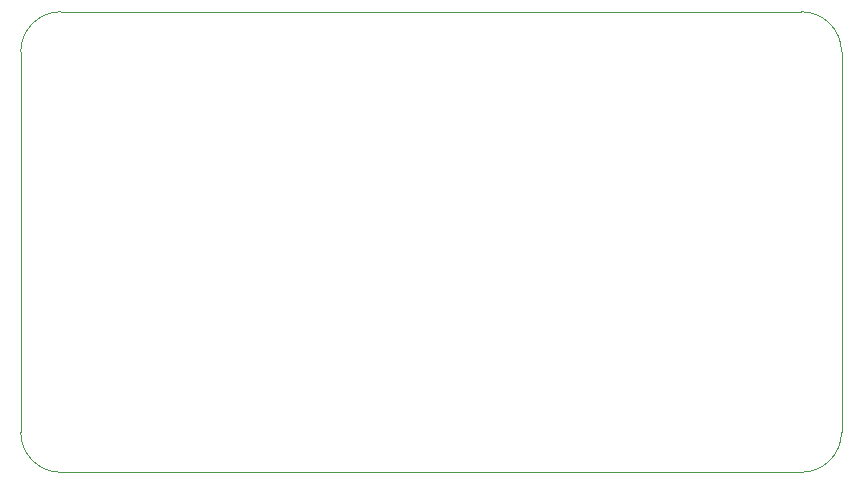
<source format=gbr>
G04*
G04 #@! TF.GenerationSoftware,Altium Limited,Altium Designer,24.7.2 (38)*
G04*
G04 Layer_Color=0*
%FSLAX25Y25*%
%MOIN*%
G70*
G04*
G04 #@! TF.SameCoordinates,AB7849DE-EAC8-4354-A705-FC1E97C67EB3*
G04*
G04*
G04 #@! TF.FilePolarity,Positive*
G04*
G01*
G75*
%ADD113C,0.00100*%
D113*
X129921Y198481D02*
X129921Y324803D01*
Y325141D01*
D02*
G02*
X143363Y338583I13442J0D01*
G01*
X390102D01*
D02*
G02*
X403543Y325141I-0J-13442D01*
G01*
X403543Y198481D01*
D02*
G02*
X390102Y185039I-13442J0D01*
G01*
X143363D01*
D02*
G02*
X129921Y198481I0J13442D01*
G01*
M02*

</source>
